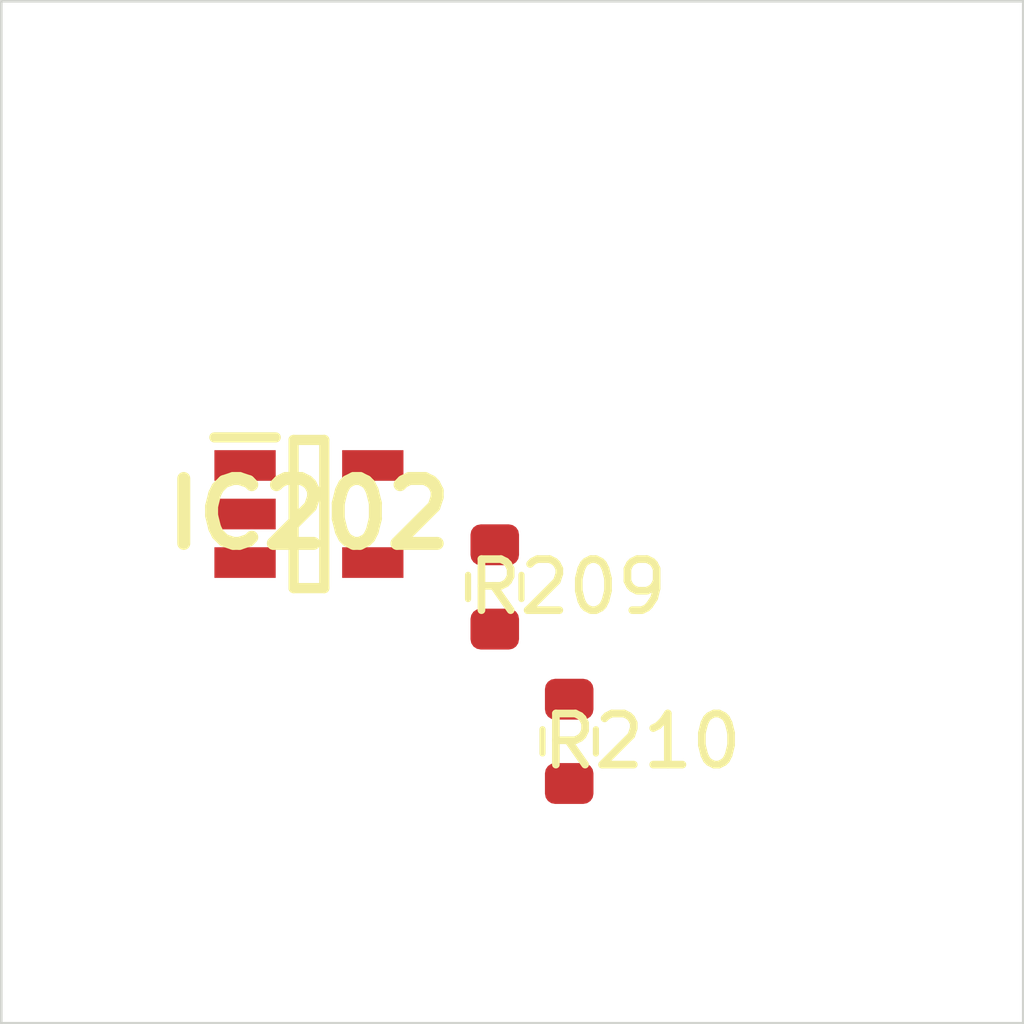
<source format=kicad_pcb>
 ( kicad_pcb  ( version 20171130 )
 ( host pcbnew 5.1.12-84ad8e8a86~92~ubuntu18.04.1 )
 ( general  ( thickness 1.6 )
 ( drawings 4 )
 ( tracks 0 )
 ( zones 0 )
 ( modules 3 )
 ( nets 5 )
)
 ( page A4 )
 ( layers  ( 0 F.Cu signal )
 ( 31 B.Cu signal )
 ( 32 B.Adhes user )
 ( 33 F.Adhes user )
 ( 34 B.Paste user )
 ( 35 F.Paste user )
 ( 36 B.SilkS user )
 ( 37 F.SilkS user )
 ( 38 B.Mask user )
 ( 39 F.Mask user )
 ( 40 Dwgs.User user )
 ( 41 Cmts.User user )
 ( 42 Eco1.User user )
 ( 43 Eco2.User user )
 ( 44 Edge.Cuts user )
 ( 45 Margin user )
 ( 46 B.CrtYd user )
 ( 47 F.CrtYd user )
 ( 48 B.Fab user )
 ( 49 F.Fab user )
)
 ( setup  ( last_trace_width 0.25 )
 ( trace_clearance 0.2 )
 ( zone_clearance 0.508 )
 ( zone_45_only no )
 ( trace_min 0.2 )
 ( via_size 0.8 )
 ( via_drill 0.4 )
 ( via_min_size 0.4 )
 ( via_min_drill 0.3 )
 ( uvia_size 0.3 )
 ( uvia_drill 0.1 )
 ( uvias_allowed no )
 ( uvia_min_size 0.2 )
 ( uvia_min_drill 0.1 )
 ( edge_width 0.05 )
 ( segment_width 0.2 )
 ( pcb_text_width 0.3 )
 ( pcb_text_size 1.5 1.5 )
 ( mod_edge_width 0.12 )
 ( mod_text_size 1 1 )
 ( mod_text_width 0.15 )
 ( pad_size 1.524 1.524 )
 ( pad_drill 0.762 )
 ( pad_to_mask_clearance 0 )
 ( aux_axis_origin 0 0 )
 ( visible_elements FFFFFF7F )
 ( pcbplotparams  ( layerselection 0x010fc_ffffffff )
 ( usegerberextensions false )
 ( usegerberattributes true )
 ( usegerberadvancedattributes true )
 ( creategerberjobfile true )
 ( excludeedgelayer true )
 ( linewidth 0.100000 )
 ( plotframeref false )
 ( viasonmask false )
 ( mode 1 )
 ( useauxorigin false )
 ( hpglpennumber 1 )
 ( hpglpenspeed 20 )
 ( hpglpendiameter 15.000000 )
 ( psnegative false )
 ( psa4output false )
 ( plotreference true )
 ( plotvalue true )
 ( plotinvisibletext false )
 ( padsonsilk false )
 ( subtractmaskfromsilk false )
 ( outputformat 1 )
 ( mirror false )
 ( drillshape 1 )
 ( scaleselection 1 )
 ( outputdirectory "" )
)
)
 ( net 0 "" )
 ( net 1 GND )
 ( net 2 VDDA )
 ( net 3 /Sheet6235D886/vp )
 ( net 4 "Net-(IC202-Pad3)" )
 ( net_class Default "This is the default net class."  ( clearance 0.2 )
 ( trace_width 0.25 )
 ( via_dia 0.8 )
 ( via_drill 0.4 )
 ( uvia_dia 0.3 )
 ( uvia_drill 0.1 )
 ( add_net /Sheet6235D886/vp )
 ( add_net GND )
 ( add_net "Net-(IC202-Pad3)" )
 ( add_net VDDA )
)
 ( module SOT95P280X145-5N locked  ( layer F.Cu )
 ( tedit 62336ED7 )
 ( tstamp 623423ED )
 ( at 86.020900 110.035000 )
 ( descr DBV0005A )
 ( tags "Integrated Circuit" )
 ( path /6235D887/6266C08E )
 ( attr smd )
 ( fp_text reference IC202  ( at 0 0 )
 ( layer F.SilkS )
 ( effects  ( font  ( size 1.27 1.27 )
 ( thickness 0.254 )
)
)
)
 ( fp_text value TL071HIDBVR  ( at 0 0 )
 ( layer F.SilkS )
hide  ( effects  ( font  ( size 1.27 1.27 )
 ( thickness 0.254 )
)
)
)
 ( fp_line  ( start -1.85 -1.5 )
 ( end -0.65 -1.5 )
 ( layer F.SilkS )
 ( width 0.2 )
)
 ( fp_line  ( start -0.3 1.45 )
 ( end -0.3 -1.45 )
 ( layer F.SilkS )
 ( width 0.2 )
)
 ( fp_line  ( start 0.3 1.45 )
 ( end -0.3 1.45 )
 ( layer F.SilkS )
 ( width 0.2 )
)
 ( fp_line  ( start 0.3 -1.45 )
 ( end 0.3 1.45 )
 ( layer F.SilkS )
 ( width 0.2 )
)
 ( fp_line  ( start -0.3 -1.45 )
 ( end 0.3 -1.45 )
 ( layer F.SilkS )
 ( width 0.2 )
)
 ( fp_line  ( start -0.8 -0.5 )
 ( end 0.15 -1.45 )
 ( layer Dwgs.User )
 ( width 0.1 )
)
 ( fp_line  ( start -0.8 1.45 )
 ( end -0.8 -1.45 )
 ( layer Dwgs.User )
 ( width 0.1 )
)
 ( fp_line  ( start 0.8 1.45 )
 ( end -0.8 1.45 )
 ( layer Dwgs.User )
 ( width 0.1 )
)
 ( fp_line  ( start 0.8 -1.45 )
 ( end 0.8 1.45 )
 ( layer Dwgs.User )
 ( width 0.1 )
)
 ( fp_line  ( start -0.8 -1.45 )
 ( end 0.8 -1.45 )
 ( layer Dwgs.User )
 ( width 0.1 )
)
 ( fp_line  ( start -2.1 1.775 )
 ( end -2.1 -1.775 )
 ( layer Dwgs.User )
 ( width 0.05 )
)
 ( fp_line  ( start 2.1 1.775 )
 ( end -2.1 1.775 )
 ( layer Dwgs.User )
 ( width 0.05 )
)
 ( fp_line  ( start 2.1 -1.775 )
 ( end 2.1 1.775 )
 ( layer Dwgs.User )
 ( width 0.05 )
)
 ( fp_line  ( start -2.1 -1.775 )
 ( end 2.1 -1.775 )
 ( layer Dwgs.User )
 ( width 0.05 )
)
 ( pad 1 smd rect  ( at -1.25 -0.95 90.000000 )
 ( size 0.6 1.2 )
 ( layers F.Cu F.Mask F.Paste )
 ( net 3 /Sheet6235D886/vp )
)
 ( pad 2 smd rect  ( at -1.25 0 90.000000 )
 ( size 0.6 1.2 )
 ( layers F.Cu F.Mask F.Paste )
 ( net 1 GND )
)
 ( pad 3 smd rect  ( at -1.25 0.95 90.000000 )
 ( size 0.6 1.2 )
 ( layers F.Cu F.Mask F.Paste )
 ( net 4 "Net-(IC202-Pad3)" )
)
 ( pad 4 smd rect  ( at 1.25 0.95 90.000000 )
 ( size 0.6 1.2 )
 ( layers F.Cu F.Mask F.Paste )
 ( net 3 /Sheet6235D886/vp )
)
 ( pad 5 smd rect  ( at 1.25 -0.95 90.000000 )
 ( size 0.6 1.2 )
 ( layers F.Cu F.Mask F.Paste )
 ( net 2 VDDA )
)
)
 ( module Resistor_SMD:R_0603_1608Metric  ( layer F.Cu )
 ( tedit 5F68FEEE )
 ( tstamp 62342595 )
 ( at 89.658000 111.462000 270.000000 )
 ( descr "Resistor SMD 0603 (1608 Metric), square (rectangular) end terminal, IPC_7351 nominal, (Body size source: IPC-SM-782 page 72, https://www.pcb-3d.com/wordpress/wp-content/uploads/ipc-sm-782a_amendment_1_and_2.pdf), generated with kicad-footprint-generator" )
 ( tags resistor )
 ( path /6235D887/623CDBD9 )
 ( attr smd )
 ( fp_text reference R209  ( at 0 -1.43 )
 ( layer F.SilkS )
 ( effects  ( font  ( size 1 1 )
 ( thickness 0.15 )
)
)
)
 ( fp_text value 100k  ( at 0 1.43 )
 ( layer F.Fab )
 ( effects  ( font  ( size 1 1 )
 ( thickness 0.15 )
)
)
)
 ( fp_line  ( start -0.8 0.4125 )
 ( end -0.8 -0.4125 )
 ( layer F.Fab )
 ( width 0.1 )
)
 ( fp_line  ( start -0.8 -0.4125 )
 ( end 0.8 -0.4125 )
 ( layer F.Fab )
 ( width 0.1 )
)
 ( fp_line  ( start 0.8 -0.4125 )
 ( end 0.8 0.4125 )
 ( layer F.Fab )
 ( width 0.1 )
)
 ( fp_line  ( start 0.8 0.4125 )
 ( end -0.8 0.4125 )
 ( layer F.Fab )
 ( width 0.1 )
)
 ( fp_line  ( start -0.237258 -0.5225 )
 ( end 0.237258 -0.5225 )
 ( layer F.SilkS )
 ( width 0.12 )
)
 ( fp_line  ( start -0.237258 0.5225 )
 ( end 0.237258 0.5225 )
 ( layer F.SilkS )
 ( width 0.12 )
)
 ( fp_line  ( start -1.48 0.73 )
 ( end -1.48 -0.73 )
 ( layer F.CrtYd )
 ( width 0.05 )
)
 ( fp_line  ( start -1.48 -0.73 )
 ( end 1.48 -0.73 )
 ( layer F.CrtYd )
 ( width 0.05 )
)
 ( fp_line  ( start 1.48 -0.73 )
 ( end 1.48 0.73 )
 ( layer F.CrtYd )
 ( width 0.05 )
)
 ( fp_line  ( start 1.48 0.73 )
 ( end -1.48 0.73 )
 ( layer F.CrtYd )
 ( width 0.05 )
)
 ( fp_text user %R  ( at 0 0 )
 ( layer F.Fab )
 ( effects  ( font  ( size 0.4 0.4 )
 ( thickness 0.06 )
)
)
)
 ( pad 1 smd roundrect  ( at -0.825 0 270.000000 )
 ( size 0.8 0.95 )
 ( layers F.Cu F.Mask F.Paste )
 ( roundrect_rratio 0.25 )
 ( net 2 VDDA )
)
 ( pad 2 smd roundrect  ( at 0.825 0 270.000000 )
 ( size 0.8 0.95 )
 ( layers F.Cu F.Mask F.Paste )
 ( roundrect_rratio 0.25 )
 ( net 4 "Net-(IC202-Pad3)" )
)
 ( model ${KISYS3DMOD}/Resistor_SMD.3dshapes/R_0603_1608Metric.wrl  ( at  ( xyz 0 0 0 )
)
 ( scale  ( xyz 1 1 1 )
)
 ( rotate  ( xyz 0 0 0 )
)
)
)
 ( module Resistor_SMD:R_0603_1608Metric  ( layer F.Cu )
 ( tedit 5F68FEEE )
 ( tstamp 623425A6 )
 ( at 91.114800 114.484000 270.000000 )
 ( descr "Resistor SMD 0603 (1608 Metric), square (rectangular) end terminal, IPC_7351 nominal, (Body size source: IPC-SM-782 page 72, https://www.pcb-3d.com/wordpress/wp-content/uploads/ipc-sm-782a_amendment_1_and_2.pdf), generated with kicad-footprint-generator" )
 ( tags resistor )
 ( path /6235D887/623CDBDF )
 ( attr smd )
 ( fp_text reference R210  ( at 0 -1.43 )
 ( layer F.SilkS )
 ( effects  ( font  ( size 1 1 )
 ( thickness 0.15 )
)
)
)
 ( fp_text value 100k  ( at 0 1.43 )
 ( layer F.Fab )
 ( effects  ( font  ( size 1 1 )
 ( thickness 0.15 )
)
)
)
 ( fp_line  ( start 1.48 0.73 )
 ( end -1.48 0.73 )
 ( layer F.CrtYd )
 ( width 0.05 )
)
 ( fp_line  ( start 1.48 -0.73 )
 ( end 1.48 0.73 )
 ( layer F.CrtYd )
 ( width 0.05 )
)
 ( fp_line  ( start -1.48 -0.73 )
 ( end 1.48 -0.73 )
 ( layer F.CrtYd )
 ( width 0.05 )
)
 ( fp_line  ( start -1.48 0.73 )
 ( end -1.48 -0.73 )
 ( layer F.CrtYd )
 ( width 0.05 )
)
 ( fp_line  ( start -0.237258 0.5225 )
 ( end 0.237258 0.5225 )
 ( layer F.SilkS )
 ( width 0.12 )
)
 ( fp_line  ( start -0.237258 -0.5225 )
 ( end 0.237258 -0.5225 )
 ( layer F.SilkS )
 ( width 0.12 )
)
 ( fp_line  ( start 0.8 0.4125 )
 ( end -0.8 0.4125 )
 ( layer F.Fab )
 ( width 0.1 )
)
 ( fp_line  ( start 0.8 -0.4125 )
 ( end 0.8 0.4125 )
 ( layer F.Fab )
 ( width 0.1 )
)
 ( fp_line  ( start -0.8 -0.4125 )
 ( end 0.8 -0.4125 )
 ( layer F.Fab )
 ( width 0.1 )
)
 ( fp_line  ( start -0.8 0.4125 )
 ( end -0.8 -0.4125 )
 ( layer F.Fab )
 ( width 0.1 )
)
 ( fp_text user %R  ( at 0 0 )
 ( layer F.Fab )
 ( effects  ( font  ( size 0.4 0.4 )
 ( thickness 0.06 )
)
)
)
 ( pad 2 smd roundrect  ( at 0.825 0 270.000000 )
 ( size 0.8 0.95 )
 ( layers F.Cu F.Mask F.Paste )
 ( roundrect_rratio 0.25 )
 ( net 1 GND )
)
 ( pad 1 smd roundrect  ( at -0.825 0 270.000000 )
 ( size 0.8 0.95 )
 ( layers F.Cu F.Mask F.Paste )
 ( roundrect_rratio 0.25 )
 ( net 4 "Net-(IC202-Pad3)" )
)
 ( model ${KISYS3DMOD}/Resistor_SMD.3dshapes/R_0603_1608Metric.wrl  ( at  ( xyz 0 0 0 )
)
 ( scale  ( xyz 1 1 1 )
)
 ( rotate  ( xyz 0 0 0 )
)
)
)
 ( gr_line  ( start 100 100 )
 ( end 100 120 )
 ( layer Edge.Cuts )
 ( width 0.05 )
 ( tstamp 62E770C4 )
)
 ( gr_line  ( start 80 120 )
 ( end 100 120 )
 ( layer Edge.Cuts )
 ( width 0.05 )
 ( tstamp 62E770C0 )
)
 ( gr_line  ( start 80 100 )
 ( end 100 100 )
 ( layer Edge.Cuts )
 ( width 0.05 )
 ( tstamp 6234110C )
)
 ( gr_line  ( start 80 100 )
 ( end 80 120 )
 ( layer Edge.Cuts )
 ( width 0.05 )
)
)

</source>
